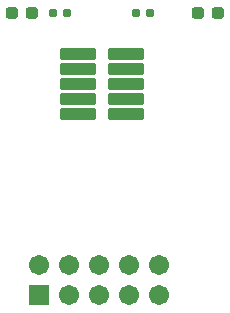
<source format=gbr>
%TF.GenerationSoftware,KiCad,Pcbnew,8.0.5*%
%TF.CreationDate,2024-11-27T14:25:03+01:00*%
%TF.ProjectId,PCB_TOF_droit,5043425f-544f-4465-9f64-726f69742e6b,rev?*%
%TF.SameCoordinates,Original*%
%TF.FileFunction,Soldermask,Top*%
%TF.FilePolarity,Negative*%
%FSLAX46Y46*%
G04 Gerber Fmt 4.6, Leading zero omitted, Abs format (unit mm)*
G04 Created by KiCad (PCBNEW 8.0.5) date 2024-11-27 14:25:03*
%MOMM*%
%LPD*%
G01*
G04 APERTURE LIST*
G04 Aperture macros list*
%AMRoundRect*
0 Rectangle with rounded corners*
0 $1 Rounding radius*
0 $2 $3 $4 $5 $6 $7 $8 $9 X,Y pos of 4 corners*
0 Add a 4 corners polygon primitive as box body*
4,1,4,$2,$3,$4,$5,$6,$7,$8,$9,$2,$3,0*
0 Add four circle primitives for the rounded corners*
1,1,$1+$1,$2,$3*
1,1,$1+$1,$4,$5*
1,1,$1+$1,$6,$7*
1,1,$1+$1,$8,$9*
0 Add four rect primitives between the rounded corners*
20,1,$1+$1,$2,$3,$4,$5,0*
20,1,$1+$1,$4,$5,$6,$7,0*
20,1,$1+$1,$6,$7,$8,$9,0*
20,1,$1+$1,$8,$9,$2,$3,0*%
G04 Aperture macros list end*
%ADD10RoundRect,0.160000X-0.197500X-0.160000X0.197500X-0.160000X0.197500X0.160000X-0.197500X0.160000X0*%
%ADD11RoundRect,0.160000X0.197500X0.160000X-0.197500X0.160000X-0.197500X-0.160000X0.197500X-0.160000X0*%
%ADD12RoundRect,0.237500X0.287500X0.237500X-0.287500X0.237500X-0.287500X-0.237500X0.287500X-0.237500X0*%
%ADD13RoundRect,0.102000X1.395000X-0.370000X1.395000X0.370000X-1.395000X0.370000X-1.395000X-0.370000X0*%
%ADD14RoundRect,0.237500X-0.287500X-0.237500X0.287500X-0.237500X0.287500X0.237500X-0.287500X0.237500X0*%
%ADD15RoundRect,0.102000X0.754000X-0.754000X0.754000X0.754000X-0.754000X0.754000X-0.754000X-0.754000X0*%
%ADD16C,1.712000*%
G04 APERTURE END LIST*
D10*
%TO.C,R1*%
X156612500Y-79110000D03*
X157807500Y-79110000D03*
%TD*%
D11*
%TO.C,R2*%
X164807500Y-79110000D03*
X163612500Y-79110000D03*
%TD*%
D12*
%TO.C,D2*%
X170585000Y-79110000D03*
X168835000Y-79110000D03*
%TD*%
D13*
%TO.C,J1*%
X162745000Y-87650000D03*
X158675000Y-87650000D03*
X162745000Y-86380000D03*
X158675000Y-86380000D03*
X162745000Y-85110000D03*
X158675000Y-85110000D03*
X162745000Y-83840000D03*
X158675000Y-83840000D03*
X162745000Y-82570000D03*
X158675000Y-82570000D03*
%TD*%
D14*
%TO.C,D1*%
X153085000Y-79110000D03*
X154835000Y-79110000D03*
%TD*%
D15*
%TO.C,U1*%
X155380000Y-103000000D03*
D16*
X155380000Y-100460000D03*
X157920000Y-103000000D03*
X157920000Y-100460000D03*
X160460000Y-103000000D03*
X160460000Y-100460000D03*
X163000000Y-103000000D03*
X163000000Y-100460000D03*
X165540000Y-103000000D03*
X165540000Y-100460000D03*
%TD*%
M02*

</source>
